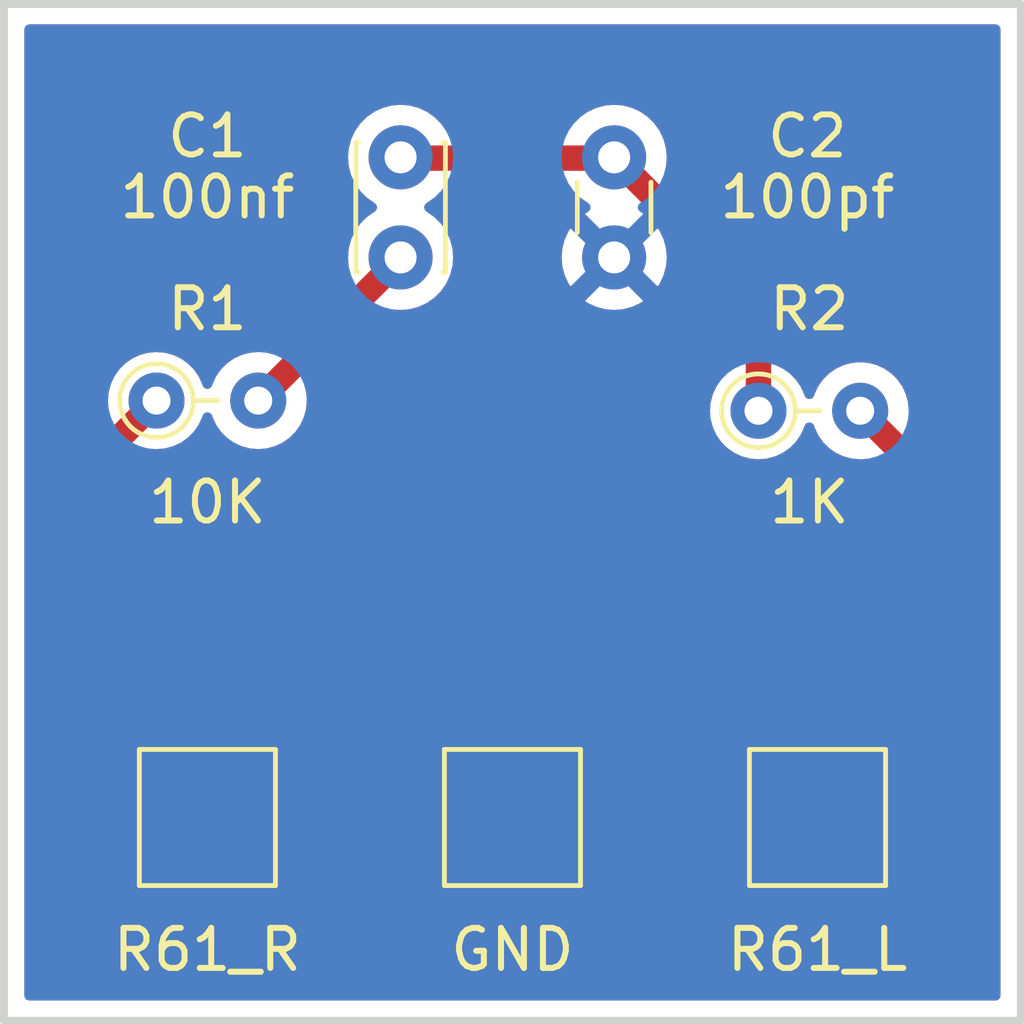
<source format=kicad_pcb>
(kicad_pcb (version 20211014) (generator pcbnew)
  (title_block (title "Model 2 Sega Genesis - KA2195 Composite Video Clock Fix") (date "2022-01-24") (rev "1.0") (company "Clarissa Walker") (comment 1 "crystal oscillator") (comment 2 "Based on Helder's Model 2 Genesis KA2195 Composite Video Clock fix that uses a separate") (comment 3 "Samsung KA2195 video encoders with an incorrect composite video clock") (comment 4 "for Sega Genesis Model 2 consoles with VA0, VA1, VA1.8 revision motherboards that have"))
  (layers (0 "F.Cu" signal) (31 "B.Cu" signal) (34 "B.Paste" user) (35 "F.Paste" user) (36 "B.SilkS" user "B.Silkscreen") (37 "F.SilkS" user "F.Silkscreen") (38 "B.Mask" user) (39 "F.Mask" user) (44 "Edge.Cuts" user))
  (net 0 "")
  (net 1 "R61_R")
  (net 2 "Net-(C1-Pad1)")
  (net 3 "Net-(C1-Pad2)")
  (net 4 "R61_L")
  (net 5 "Earth")
  (footprint "Resistor_THT:R_Axial_DIN0204_L3.6mm_D1.6mm_P2.54mm_Vertical" (layer "F.Cu") (at 145.592 103.886)
    (fp_text reference "R2" (at 1.27 -2.54) (layer "F.SilkS"))
    (fp_text value "1K" (at 1.27 2.286) (layer "F.SilkS"))
    (fp_line (start 0.92 0) (end 1.54 0) (layer "F.SilkS") (width 0.12))
    (fp_circle (center 0 0) (end 0.92 0) (layer "F.SilkS") (width 0.12) (fill none))
    (pad "1" thru_hole circle (at 0 0) (size 1.4 1.4) (drill 0.7) (layers *.Cu *.Mask) (net 3 "Net-(C1-Pad2)"))
    (pad "2" thru_hole oval (at 2.54 0) (size 1.4 1.4) (drill 0.7) (layers *.Cu *.Mask) (net 4 "R61_L"))
  )
  (footprint "Capacitor_THT:C_Disc_D3.0mm_W1.6mm_P2.50mm" (layer "F.Cu") (at 141.986 100.056 90)
    (fp_text reference "C2" (at 3.028 4.826 180) (layer "F.SilkS"))
    (fp_text value "100pf" (at 1.504 4.826 180) (layer "F.SilkS"))
    (fp_line (start 0.621 0.92) (end 1.879 0.92) (layer "F.SilkS") (width 0.12))
    (fp_line (start 0.621 -0.92) (end 1.879 -0.92) (layer "F.SilkS") (width 0.12))
    (pad "1" thru_hole circle (at 0 0 90) (size 1.6 1.6) (drill 0.8) (layers *.Cu *.Mask) (net 5 "Earth"))
    (pad "2" thru_hole circle (at 2.5 0 90) (size 1.6 1.6) (drill 0.8) (layers *.Cu *.Mask) (net 3 "Net-(C1-Pad2)"))
  )
  (footprint "TestPoint:TestPoint_Pad_3.0x3.0mm" (layer "F.Cu") (at 147.066 114.046)
    (fp_text reference "#PWR0102")
    (fp_text value "+2V5")
    (fp_text user "R61_L" (at 0 3.302) (layer "F.SilkS"))
    (fp_line (start -1.7 1.7) (end -1.7 -1.7) (layer "F.SilkS") (width 0.12))
    (fp_line (start 1.7 1.7) (end -1.7 1.7) (layer "F.SilkS") (width 0.12))
    (fp_line (start -1.7 -1.7) (end 1.7 -1.7) (layer "F.SilkS") (width 0.12))
    (fp_line (start 1.7 -1.7) (end 1.7 1.7) (layer "F.SilkS") (width 0.12))
    (pad "1" smd rect (at 0 0) (size 3 3) (layers "F.Cu" "F.Paste" "F.Mask") (net 4 "R61_L"))
  )
  (footprint "Resistor_THT:R_Axial_DIN0204_L3.6mm_D1.6mm_P2.54mm_Vertical" (layer "F.Cu") (at 130.556 103.632)
    (fp_text reference "R1" (at 1.27 -2.286) (layer "F.SilkS"))
    (fp_text value "10K" (at 1.27 2.54) (layer "F.SilkS"))
    (fp_line (start 0.92 0) (end 1.54 0) (layer "F.SilkS") (width 0.12))
    (fp_circle (center 0 0) (end 0.92 0) (layer "F.SilkS") (width 0.12) (fill none))
    (pad "1" thru_hole circle (at 0 0) (size 1.4 1.4) (drill 0.7) (layers *.Cu *.Mask) (net 1 "R61_R"))
    (pad "2" thru_hole oval (at 2.54 0) (size 1.4 1.4) (drill 0.7) (layers *.Cu *.Mask) (net 2 "Net-(C1-Pad1)"))
  )
  (footprint "Capacitor_THT:C_Disc_D3.0mm_W2.0mm_P2.50mm" (layer "F.Cu") (at 136.652 100.056 90)
    (fp_text reference "C1" (at 3.028 -4.826 180) (layer "F.SilkS"))
    (fp_text value "100nf" (at 1.504 -4.826 180) (layer "F.SilkS"))
    (fp_line (start 2.87 1.055) (end 2.87 1.12) (layer "F.SilkS") (width 0.12))
    (fp_line (start -0.37 -1.12) (end -0.37 -1.055) (layer "F.SilkS") (width 0.12))
    (fp_line (start -0.37 1.055) (end -0.37 1.12) (layer "F.SilkS") (width 0.12))
    (fp_line (start 2.87 -1.12) (end 2.87 -1.055) (layer "F.SilkS") (width 0.12))
    (fp_line (start -0.37 -1.12) (end 2.87 -1.12) (layer "F.SilkS") (width 0.12))
    (fp_line (start -0.37 1.12) (end 2.87 1.12) (layer "F.SilkS") (width 0.12))
    (pad "1" thru_hole circle (at 0 0 90) (size 1.6 1.6) (drill 0.8) (layers *.Cu *.Mask) (net 2 "Net-(C1-Pad1)"))
    (pad "2" thru_hole circle (at 2.5 0 90) (size 1.6 1.6) (drill 0.8) (layers *.Cu *.Mask) (net 3 "Net-(C1-Pad2)"))
  )
  (footprint "TestPoint:TestPoint_Pad_3.0x3.0mm" (layer "F.Cu") (at 139.446 114.046)
    (fp_text reference "GND")
    (fp_text value "Earth")
    (fp_text user "GND" (at 0 3.302) (layer "F.SilkS"))
    (fp_line (start -1.7 -1.7) (end 1.7 -1.7) (layer "F.SilkS") (width 0.12))
    (fp_line (start 1.7 1.7) (end -1.7 1.7) (layer "F.SilkS") (width 0.12))
    (fp_line (start 1.7 -1.7) (end 1.7 1.7) (layer "F.SilkS") (width 0.12))
    (fp_line (start -1.7 1.7) (end -1.7 -1.7) (layer "F.SilkS") (width 0.12))
    (pad "1" smd rect (at 0 0) (size 3 3) (layers "F.Cu" "F.Paste" "F.Mask") (net 5 "Earth"))
  )
  (footprint "TestPoint:TestPoint_Pad_3.0x3.0mm" (layer "F.Cu") (at 131.826 114.046)
    (fp_text reference "#PWR0103")
    (fp_text value "GND")
    (fp_text user "R61_R" (at 0 3.302) (layer "F.SilkS"))
    (fp_line (start 1.7 1.7) (end -1.7 1.7) (layer "F.SilkS") (width 0.12))
    (fp_line (start 1.7 -1.7) (end 1.7 1.7) (layer "F.SilkS") (width 0.12))
    (fp_line (start -1.7 1.7) (end -1.7 -1.7) (layer "F.SilkS") (width 0.12))
    (fp_line (start -1.7 -1.7) (end 1.7 -1.7) (layer "F.SilkS") (width 0.12))
    (pad "1" smd rect (at 0 0) (size 3 3) (layers "F.Cu" "F.Paste" "F.Mask") (net 1 "R61_R"))
  )
  (gr_rect (start 126.746 93.726) (end 152.146 119.126) (layer "Edge.Cuts") (width 0.2) (fill none))
  (segment (start 129.286 104.902) (end 129.286 111.506) (width 0.635) (layer "F.Cu") (net 1))
  (segment (start 130.556 103.632) (end 129.286 104.902) (width 0.635) (layer "F.Cu") (net 1))
  (segment (start 129.286 111.506) (end 131.826 114.046) (width 0.635) (layer "F.Cu") (net 1))
  (segment (start 133.096 103.632) (end 136.652 100.076) (width 0.635) (layer "F.Cu") (net 2))
  (segment (start 145.592 101.162) (end 141.986 97.556) (width 0.635) (layer "F.Cu") (net 3))
  (segment (start 145.592 103.886) (end 145.592 101.162) (width 0.635) (layer "F.Cu") (net 3))
  (segment (start 136.652 97.576) (end 141.966 97.576) (width 0.635) (layer "F.Cu") (net 3))
  (segment (start 148.132 103.886) (end 149.606 105.36) (width 0.635) (layer "F.Cu") (net 4))
  (segment (start 149.606 105.36) (end 149.606 111.506) (width 0.635) (layer "F.Cu") (net 4))
  (segment (start 147.066 114.046) (end 149.606 111.506) (width 0.635) (layer "F.Cu") (net 4))
  (zone (net 5) (net_name "Earth") (layers F&B.Cu) (name "Zone Pad") (connect_pads (clearance 0.508)) (min_thickness 0.254) (fill yes (thermal_gap 0.508) (thermal_bridge_width 0.508))
    (polygon (pts (xy 152.146 119.126) (xy 126.746 119.126) (xy 126.746 93.726) (xy 152.146 93.726)))
  )
)
</source>
